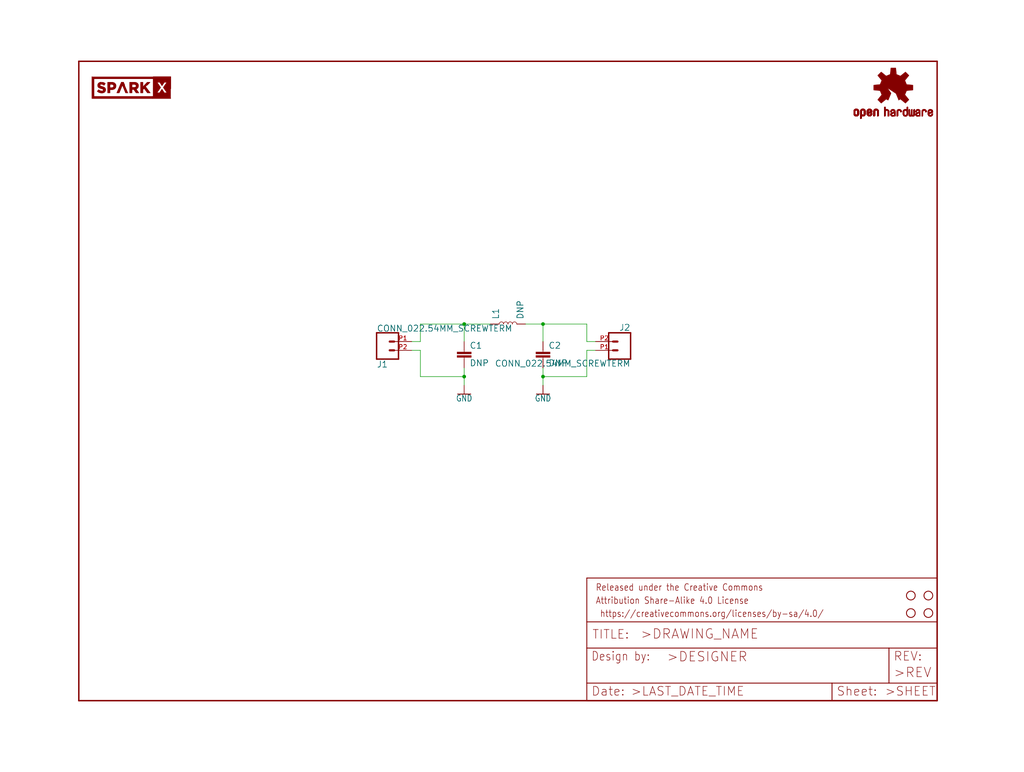
<source format=kicad_sch>
(kicad_sch (version 20211123) (generator eeschema)
  (paper "User" 297.002 223.926)
  (lib_symbols
    (symbol "eagleSchem-eagle-import:1.0UF-0805-25V-(+80{slash}-20%)"
      (property "Reference" "C" (at 1.524 2.921 0))
      (property "Value" "1.0UF-0805-25V-(+80{slash}-20%)" (at 1.524 -2.159 0))
      (symbol "1.0UF-0805-25V-(+80{slash}-20%)_1_0"
        (pin passive line (at 0 5.08 270) (length 2.54) (name "1") (number "1"))
        (pin passive line (at 0 -2.54 90) (length 2.54) (name "2") (number "2"))
      )
    )
    (symbol "eagleSchem-eagle-import:CONN_022.54MM_SCREWTERM"
      (property "Reference" "J" (at -2.54 5.588 0))
      (property "Value" "CONN_022.54MM_SCREWTERM" (at -2.54 -4.826 0))
      (symbol "CONN_022.54MM_SCREWTERM_1_0"
        (pin passive line (at 7.62 0 180) (length 5.08) (name "1") (number "P1"))
        (pin passive line (at 7.62 2.54 180) (length 5.08) (name "2") (number "P2"))
      )
    )
    (symbol "eagleSchem-eagle-import:FRAME-LETTER"
      (symbol "FRAME-LETTER_2_0"
        (text " https://creativecommons.org/licenses/by-sa/4.0/" (at 2.54 24.13 0) (effects (font (size 1.9304 1.6408)) (justify left bottom)))
        (text ">DESIGNER" (at 23.114 11.176 0) (effects (font (size 2.7432 2.7432)) (justify left bottom)))
        (text ">DRAWING_NAME" (at 15.494 17.78 0) (effects (font (size 2.7432 2.7432)) (justify left bottom)))
        (text ">LAST_DATE_TIME" (at 12.7 1.27 0) (effects (font (size 2.54 2.54)) (justify left bottom)))
        (text ">REV" (at 88.9 6.604 0) (effects (font (size 2.7432 2.7432)) (justify left bottom)))
        (text ">SHEET" (at 86.36 1.27 0) (effects (font (size 2.54 2.54)) (justify left bottom)))
        (text "Attribution Share-Alike 4.0 License" (at 2.54 27.94 0) (effects (font (size 1.9304 1.6408)) (justify left bottom)))
        (text "Date:" (at 1.27 1.27 0) (effects (font (size 2.54 2.54)) (justify left bottom)))
        (text "Design by:" (at 1.27 11.43 0) (effects (font (size 2.54 2.159)) (justify left bottom)))
        (text "Released under the Creative Commons" (at 2.54 31.75 0) (effects (font (size 1.9304 1.6408)) (justify left bottom)))
        (text "REV:" (at 88.9 11.43 0) (effects (font (size 2.54 2.54)) (justify left bottom)))
        (text "Sheet:" (at 72.39 1.27 0) (effects (font (size 2.54 2.54)) (justify left bottom)))
        (text "TITLE:" (at 1.524 17.78 0) (effects (font (size 2.54 2.54)) (justify left bottom)))
      )
    )
    (symbol "eagleSchem-eagle-import:GND" (power)
      (property "Value" "GND" (at 0 -0.254 0))
      (symbol "GND_1_0"
        (pin power_in line (at 0 2.54 270) (length 2.54) (name "GND") (number "1"))
      )
    )
    (symbol "eagleSchem-eagle-import:INDUCTOR-0805-3.3UH"
      (property "Reference" "L" (at 1.27 2.54 0))
      (property "Value" "INDUCTOR-0805-3.3UH" (at 1.27 -2.54 0))
      (symbol "INDUCTOR-0805-3.3UH_1_0"
        (pin passive line (at 0 5.08 270) (length 2.54) (name "1") (number "1"))
        (pin passive line (at 0 -5.08 90) (length 2.54) (name "2") (number "2"))
      )
    )
    (symbol "eagleSchem-eagle-import:OSHW-LOGOM")
    (symbol "eagleSchem-eagle-import:SPARKX-LOGO4")
    (symbol "eagleSchem-eagle-import:STAND-OFF")
  )
  (junction (at 157.48 109.22))
  (junction (at 157.48 93.98))
  (junction (at 134.62 93.98))
  (junction (at 134.62 109.22))
  (wire (pts (xy 121.92 101.6) (xy 119.38 101.6)))
  (wire (pts (xy 170.18 93.98) (xy 170.18 99.06)))
  (wire (pts (xy 157.48 109.22) (xy 170.18 109.22)))
  (wire (pts (xy 134.62 109.22) (xy 121.92 109.22)))
  (wire (pts (xy 121.92 93.98) (xy 121.92 99.06)))
  (wire (pts (xy 152.4 93.98) (xy 157.48 93.98)))
  (wire (pts (xy 134.62 93.98) (xy 121.92 93.98)))
  (wire (pts (xy 121.92 109.22) (xy 121.92 101.6)))
  (wire (pts (xy 134.62 106.68) (xy 134.62 109.22)))
  (wire (pts (xy 134.62 93.98) (xy 142.24 93.98)))
  (wire (pts (xy 172.72 101.6) (xy 170.18 101.6)))
  (wire (pts (xy 121.92 99.06) (xy 119.38 99.06)))
  (wire (pts (xy 157.48 93.98) (xy 170.18 93.98)))
  (wire (pts (xy 170.18 109.22) (xy 170.18 101.6)))
  (wire (pts (xy 157.48 106.68) (xy 157.48 109.22)))
  (wire (pts (xy 134.62 99.06) (xy 134.62 93.98)))
  (wire (pts (xy 134.62 109.22) (xy 134.62 111.76)))
  (wire (pts (xy 170.18 99.06) (xy 172.72 99.06)))
  (wire (pts (xy 157.48 109.22) (xy 157.48 111.76)))
  (wire (pts (xy 157.48 93.98) (xy 157.48 99.06)))
  (symbol (lib_id "eagleSchem-eagle-import:SPARKX-LOGO4") (at 38.1 25.4 0) (unit 1)
    (property "Reference" "U$1" (effects hide))
    (property "Value" "SPARKX-LOGO4" (effects hide))
    (property "Footprint" "eagleSchem:SPARKX-MEDIUM" (effects hide))
  )
  (symbol (lib_id "eagleSchem-eagle-import:INDUCTOR-0805-3.3UH") (at 147.32 93.98 90) (unit 1)
    (property "Reference" "L1" (at 144.78 92.71 0) (effects (font (size 1.778 1.778)) (justify left bottom)))
    (property "Value" "DNP" (at 149.86 92.71 0) (effects (font (size 1.778 1.778)) (justify left top)))
    (property "Footprint" "eagleSchem:0805" (effects hide))
  )
  (symbol (lib_id "eagleSchem-eagle-import:GND") (at 157.48 114.3 0) (unit 1)
    (property "Reference" "#GND2" (effects hide))
    (property "Value" "GND" (at 157.48 114.554 0) (effects (font (size 1.778 1.5113)) (justify top)))
    (property "Footprint" "eagleSchem:" (effects hide))
  )
  (symbol (lib_id "eagleSchem-eagle-import:STAND-OFF") (at 264.16 172.72 0) (unit 1)
    (property "Reference" "H3" (effects hide))
    (property "Value" "STAND-OFF" (effects hide))
    (property "Footprint" "eagleSchem:STAND-OFF" (effects hide))
  )
  (symbol (lib_id "eagleSchem-eagle-import:CONN_022.54MM_SCREWTERM") (at 180.34 101.6 0) (mirror y) (unit 1)
    (property "Reference" "J2" (at 182.88 96.012 0) (effects (font (size 1.778 1.778)) (justify left bottom)))
    (property "Value" "CONN_022.54MM_SCREWTERM" (at 182.88 106.426 0) (effects (font (size 1.778 1.778)) (justify left bottom)))
    (property "Footprint" "eagleSchem:1X02_2.54_SCREWTERM" (effects hide))
  )
  (symbol (lib_id "eagleSchem-eagle-import:OSHW-LOGOM") (at 259.08 25.4 0) (unit 1)
    (property "Reference" "LOGO1" (effects hide))
    (property "Value" "OSHW-LOGOM" (effects hide))
    (property "Footprint" "eagleSchem:OSHW-LOGO-M" (effects hide))
  )
  (symbol (lib_id "eagleSchem-eagle-import:STAND-OFF") (at 269.24 177.8 0) (unit 1)
    (property "Reference" "H1" (effects hide))
    (property "Value" "STAND-OFF" (effects hide))
    (property "Footprint" "eagleSchem:STAND-OFF" (effects hide))
  )
  (symbol (lib_id "eagleSchem-eagle-import:1.0UF-0805-25V-(+80{slash}-20%)") (at 157.48 104.14 0) (unit 1)
    (property "Reference" "C2" (at 159.004 101.219 0) (effects (font (size 1.778 1.778)) (justify left bottom)))
    (property "Value" "DNP" (at 159.004 106.299 0) (effects (font (size 1.778 1.778)) (justify left bottom)))
    (property "Footprint" "eagleSchem:0805" (effects hide))
  )
  (symbol (lib_id "eagleSchem-eagle-import:FRAME-LETTER") (at 22.86 203.2 0) (unit 1)
    (property "Reference" "FRAME1" (effects hide))
    (property "Value" "FRAME-LETTER" (effects hide))
    (property "Footprint" "eagleSchem:CREATIVE_COMMONS" (effects hide))
    (property "Value" "FRAME-LETTER" (effects hide))
    (property "Value" "FRAME-LETTER" (effects hide))
  )
  (symbol (lib_id "eagleSchem-eagle-import:STAND-OFF") (at 264.16 177.8 0) (unit 1)
    (property "Reference" "H4" (effects hide))
    (property "Value" "STAND-OFF" (effects hide))
    (property "Footprint" "eagleSchem:STAND-OFF" (effects hide))
  )
  (symbol (lib_id "eagleSchem-eagle-import:CONN_022.54MM_SCREWTERM") (at 111.76 99.06 0) (mirror x) (unit 1)
    (property "Reference" "J1" (at 109.22 104.648 0) (effects (font (size 1.778 1.778)) (justify left bottom)))
    (property "Value" "CONN_022.54MM_SCREWTERM" (at 109.22 94.234 0) (effects (font (size 1.778 1.778)) (justify left bottom)))
    (property "Footprint" "eagleSchem:1X02_2.54_SCREWTERM" (effects hide))
  )
  (symbol (lib_id "eagleSchem-eagle-import:FRAME-LETTER") (at 170.18 203.2 0) (unit 2)
    (property "Reference" "FRAME1" (effects hide))
    (property "Value" "FRAME-LETTER" (effects hide))
    (property "Footprint" "eagleSchem:CREATIVE_COMMONS" (effects hide))
    (property "Value" "FRAME-LETTER" (effects hide))
    (property "Value" "FRAME-LETTER" (effects hide))
  )
  (symbol (lib_id "eagleSchem-eagle-import:1.0UF-0805-25V-(+80{slash}-20%)") (at 134.62 104.14 0) (unit 1)
    (property "Reference" "C1" (at 136.144 101.219 0) (effects (font (size 1.778 1.778)) (justify left bottom)))
    (property "Value" "DNP" (at 136.144 106.299 0) (effects (font (size 1.778 1.778)) (justify left bottom)))
    (property "Footprint" "eagleSchem:0805" (effects hide))
  )
  (symbol (lib_id "eagleSchem-eagle-import:STAND-OFF") (at 269.24 172.72 0) (unit 1)
    (property "Reference" "H2" (effects hide))
    (property "Value" "STAND-OFF" (effects hide))
    (property "Footprint" "eagleSchem:STAND-OFF" (effects hide))
  )
  (symbol (lib_id "eagleSchem-eagle-import:GND") (at 134.62 114.3 0) (unit 1)
    (property "Reference" "#GND1" (effects hide))
    (property "Value" "GND" (at 134.62 114.554 0) (effects (font (size 1.778 1.5113)) (justify top)))
    (property "Footprint" "eagleSchem:" (effects hide))
  )
)
</source>
